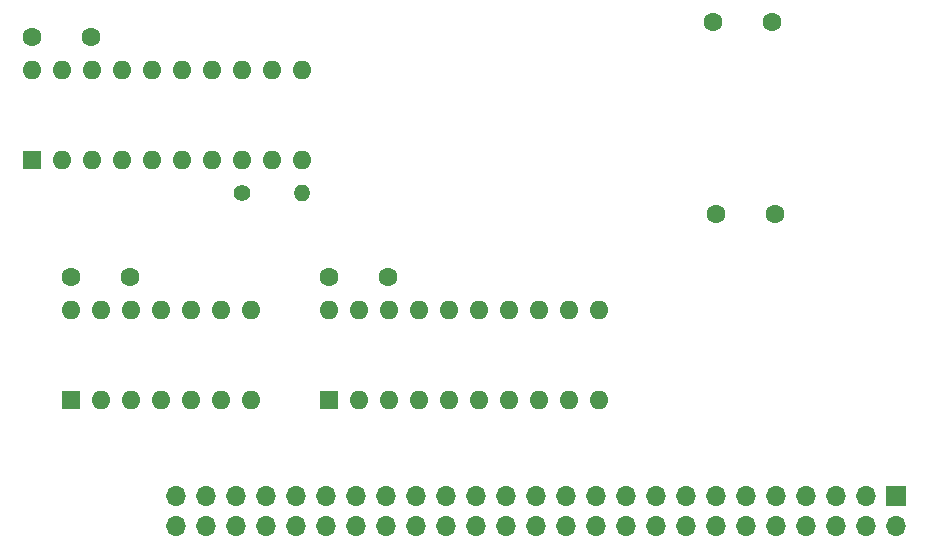
<source format=gbr>
%TF.GenerationSoftware,KiCad,Pcbnew,(5.1.10-1-10_14)*%
%TF.CreationDate,2021-08-30T23:36:35+02:00*%
%TF.ProjectId,ram_board,72616d5f-626f-4617-9264-2e6b69636164,rev?*%
%TF.SameCoordinates,Original*%
%TF.FileFunction,Soldermask,Bot*%
%TF.FilePolarity,Negative*%
%FSLAX46Y46*%
G04 Gerber Fmt 4.6, Leading zero omitted, Abs format (unit mm)*
G04 Created by KiCad (PCBNEW (5.1.10-1-10_14)) date 2021-08-30 23:36:35*
%MOMM*%
%LPD*%
G01*
G04 APERTURE LIST*
%ADD10C,1.600000*%
%ADD11O,1.600000X1.600000*%
%ADD12R,1.600000X1.600000*%
%ADD13O,1.400000X1.400000*%
%ADD14C,1.400000*%
%ADD15O,1.700000X1.700000*%
%ADD16R,1.700000X1.700000*%
G04 APERTURE END LIST*
D10*
%TO.C,C5*%
X67738000Y46736000D03*
X62738000Y46736000D03*
%TD*%
D11*
%TO.C,U5*%
X30226000Y22352000D03*
X53086000Y14732000D03*
X32766000Y22352000D03*
X50546000Y14732000D03*
X35306000Y22352000D03*
X48006000Y14732000D03*
X37846000Y22352000D03*
X45466000Y14732000D03*
X40386000Y22352000D03*
X42926000Y14732000D03*
X42926000Y22352000D03*
X40386000Y14732000D03*
X45466000Y22352000D03*
X37846000Y14732000D03*
X48006000Y22352000D03*
X35306000Y14732000D03*
X50546000Y22352000D03*
X32766000Y14732000D03*
X53086000Y22352000D03*
D12*
X30226000Y14732000D03*
%TD*%
D11*
%TO.C,U4*%
X5080000Y42672000D03*
X27940000Y35052000D03*
X7620000Y42672000D03*
X25400000Y35052000D03*
X10160000Y42672000D03*
X22860000Y35052000D03*
X12700000Y42672000D03*
X20320000Y35052000D03*
X15240000Y42672000D03*
X17780000Y35052000D03*
X17780000Y42672000D03*
X15240000Y35052000D03*
X20320000Y42672000D03*
X12700000Y35052000D03*
X22860000Y42672000D03*
X10160000Y35052000D03*
X25400000Y42672000D03*
X7620000Y35052000D03*
X27940000Y42672000D03*
D12*
X5080000Y35052000D03*
%TD*%
D11*
%TO.C,U1*%
X8382000Y22352000D03*
X23622000Y14732000D03*
X10922000Y22352000D03*
X21082000Y14732000D03*
X13462000Y22352000D03*
X18542000Y14732000D03*
X16002000Y22352000D03*
X16002000Y14732000D03*
X18542000Y22352000D03*
X13462000Y14732000D03*
X21082000Y22352000D03*
X10922000Y14732000D03*
X23622000Y22352000D03*
D12*
X8382000Y14732000D03*
%TD*%
D13*
%TO.C,R1*%
X27940000Y32258000D03*
D14*
X22860000Y32258000D03*
%TD*%
D10*
%TO.C,C4*%
X35226000Y25146000D03*
X30226000Y25146000D03*
%TD*%
%TO.C,C3*%
X10080000Y45466000D03*
X5080000Y45466000D03*
%TD*%
%TO.C,C2*%
X67992000Y30480000D03*
X62992000Y30480000D03*
%TD*%
%TO.C,C1*%
X13382000Y25146000D03*
X8382000Y25146000D03*
%TD*%
D15*
%TO.C,J1*%
X17272000Y4064000D03*
X17272000Y6604000D03*
X19812000Y4064000D03*
X19812000Y6604000D03*
X22352000Y4064000D03*
X22352000Y6604000D03*
X24892000Y4064000D03*
X24892000Y6604000D03*
X27432000Y4064000D03*
X27432000Y6604000D03*
X29972000Y4064000D03*
X29972000Y6604000D03*
X32512000Y4064000D03*
X32512000Y6604000D03*
X35052000Y4064000D03*
X35052000Y6604000D03*
X37592000Y4064000D03*
X37592000Y6604000D03*
X40132000Y4064000D03*
X40132000Y6604000D03*
X42672000Y4064000D03*
X42672000Y6604000D03*
X45212000Y4064000D03*
X45212000Y6604000D03*
X47752000Y4064000D03*
X47752000Y6604000D03*
X50292000Y4064000D03*
X50292000Y6604000D03*
X52832000Y4064000D03*
X52832000Y6604000D03*
X55372000Y4064000D03*
X55372000Y6604000D03*
X57912000Y4064000D03*
X57912000Y6604000D03*
X60452000Y4064000D03*
X60452000Y6604000D03*
X62992000Y4064000D03*
X62992000Y6604000D03*
X65532000Y4064000D03*
X65532000Y6604000D03*
X68072000Y4064000D03*
X68072000Y6604000D03*
X70612000Y4064000D03*
X70612000Y6604000D03*
X73152000Y4064000D03*
X73152000Y6604000D03*
X75692000Y4064000D03*
X75692000Y6604000D03*
X78232000Y4064000D03*
D16*
X78232000Y6604000D03*
%TD*%
M02*

</source>
